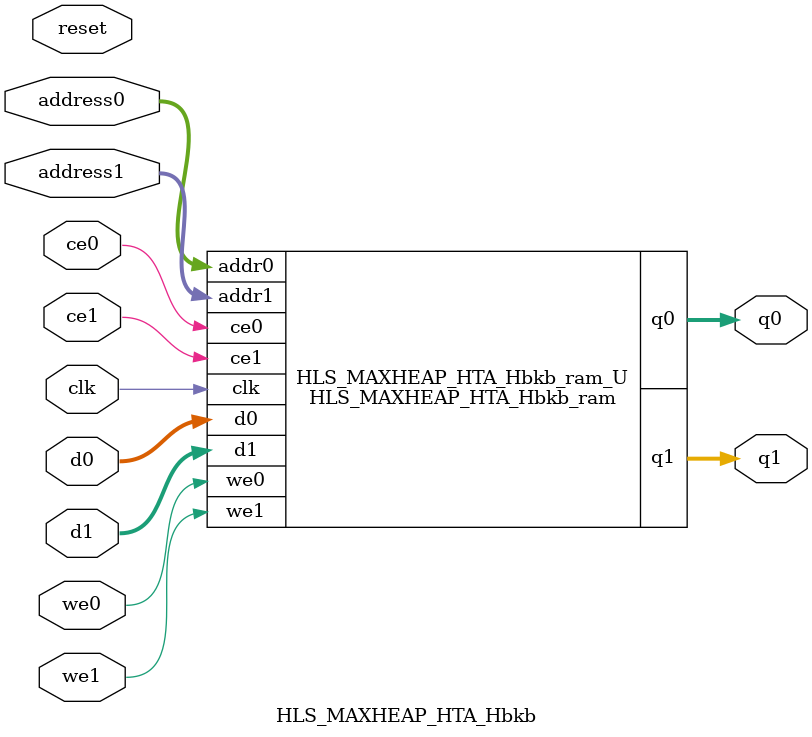
<source format=v>

`timescale 1 ns / 1 ps
module HLS_MAXHEAP_HTA_Hbkb_ram (addr0, ce0, d0, we0, q0, addr1, ce1, d1, we1, q1,  clk);

parameter DWIDTH = 32;
parameter AWIDTH = 11;
parameter MEM_SIZE = 2000;

input[AWIDTH-1:0] addr0;
input ce0;
input[DWIDTH-1:0] d0;
input we0;
output reg[DWIDTH-1:0] q0;
input[AWIDTH-1:0] addr1;
input ce1;
input[DWIDTH-1:0] d1;
input we1;
output reg[DWIDTH-1:0] q1;
input clk;

(* ram_style = "block" *)reg [DWIDTH-1:0] ram[0:MEM_SIZE-1];




always @(posedge clk)  
begin 
    if (ce0) 
    begin
        if (we0) 
        begin 
            ram[addr0] <= d0; 
            q0 <= d0;
        end 
        else 
            q0 <= ram[addr0];
    end
end


always @(posedge clk)  
begin 
    if (ce1) 
    begin
        if (we1) 
        begin 
            ram[addr1] <= d1; 
            q1 <= d1;
        end 
        else 
            q1 <= ram[addr1];
    end
end


endmodule


`timescale 1 ns / 1 ps
module HLS_MAXHEAP_HTA_Hbkb(
    reset,
    clk,
    address0,
    ce0,
    we0,
    d0,
    q0,
    address1,
    ce1,
    we1,
    d1,
    q1);

parameter DataWidth = 32'd32;
parameter AddressRange = 32'd2000;
parameter AddressWidth = 32'd11;
input reset;
input clk;
input[AddressWidth - 1:0] address0;
input ce0;
input we0;
input[DataWidth - 1:0] d0;
output[DataWidth - 1:0] q0;
input[AddressWidth - 1:0] address1;
input ce1;
input we1;
input[DataWidth - 1:0] d1;
output[DataWidth - 1:0] q1;



HLS_MAXHEAP_HTA_Hbkb_ram HLS_MAXHEAP_HTA_Hbkb_ram_U(
    .clk( clk ),
    .addr0( address0 ),
    .ce0( ce0 ),
    .we0( we0 ),
    .d0( d0 ),
    .q0( q0 ),
    .addr1( address1 ),
    .ce1( ce1 ),
    .we1( we1 ),
    .d1( d1 ),
    .q1( q1 ));

endmodule


</source>
